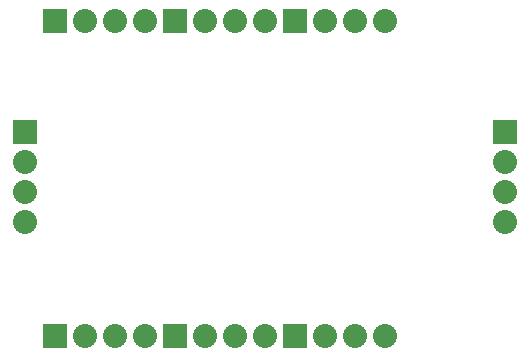
<source format=gbs>
G04 #@! TF.FileFunction,Soldermask,Bot*
%FSLAX46Y46*%
G04 Gerber Fmt 4.6, Leading zero omitted, Abs format (unit mm)*
G04 Created by KiCad (PCBNEW (2015-01-16 BZR 5376)-product) date 25/06/2015 00:14:29*
%MOMM*%
G01*
G04 APERTURE LIST*
%ADD10C,0.150000*%
%ADD11R,2.032000X2.032000*%
%ADD12C,2.032000*%
G04 APERTURE END LIST*
D10*
D11*
X127000000Y-55118000D03*
D12*
X127000000Y-57658000D03*
X127000000Y-60198000D03*
X127000000Y-62738000D03*
D11*
X109220000Y-45720000D03*
D12*
X111760000Y-45720000D03*
X114300000Y-45720000D03*
X116840000Y-45720000D03*
D11*
X99060000Y-45720000D03*
D12*
X101600000Y-45720000D03*
X104140000Y-45720000D03*
X106680000Y-45720000D03*
D11*
X88900000Y-45720000D03*
D12*
X91440000Y-45720000D03*
X93980000Y-45720000D03*
X96520000Y-45720000D03*
D11*
X109220000Y-72390000D03*
D12*
X111760000Y-72390000D03*
X114300000Y-72390000D03*
X116840000Y-72390000D03*
D11*
X99060000Y-72390000D03*
D12*
X101600000Y-72390000D03*
X104140000Y-72390000D03*
X106680000Y-72390000D03*
D11*
X88900000Y-72390000D03*
D12*
X91440000Y-72390000D03*
X93980000Y-72390000D03*
X96520000Y-72390000D03*
D11*
X86360000Y-55118000D03*
D12*
X86360000Y-57658000D03*
X86360000Y-60198000D03*
X86360000Y-62738000D03*
M02*

</source>
